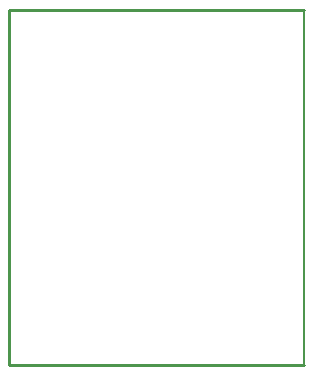
<source format=gm1>
G04*
G04 #@! TF.GenerationSoftware,Altium Limited,Altium Designer,18.1.1 (9)*
G04*
G04 Layer_Color=16711935*
%FSLAX44Y44*%
%MOMM*%
G71*
G01*
G75*
%ADD15C,0.2000*%
%ADD105C,0.2540*%
D15*
X250000Y0D02*
Y300000D01*
D105*
X0Y0D02*
X250000D01*
X0Y300000D02*
X250000D01*
X0Y0D02*
Y300000D01*
M02*

</source>
